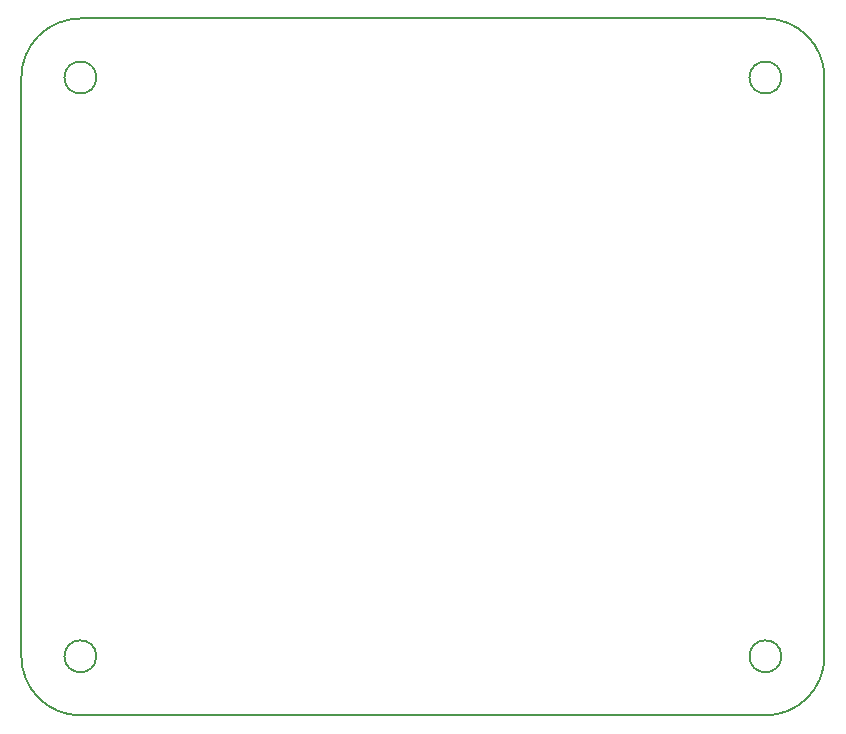
<source format=gbr>
%TF.GenerationSoftware,KiCad,Pcbnew,7.0.9*%
%TF.CreationDate,2025-02-27T11:50:27+00:00*%
%TF.ProjectId,Pi Hat,50692048-6174-42e6-9b69-6361645f7063,rev?*%
%TF.SameCoordinates,Original*%
%TF.FileFunction,Profile,NP*%
%FSLAX46Y46*%
G04 Gerber Fmt 4.6, Leading zero omitted, Abs format (unit mm)*
G04 Created by KiCad (PCBNEW 7.0.9) date 2025-02-27 11:50:27*
%MOMM*%
%LPD*%
G01*
G04 APERTURE LIST*
%TA.AperFunction,Profile*%
%ADD10C,0.200000*%
%TD*%
G04 APERTURE END LIST*
D10*
X207999998Y-103999998D02*
G75*
G03*
X212999998Y-99000000I2J4999998D01*
G01*
X145000000Y-99000000D02*
X145000000Y-50000000D01*
X150000000Y-45000000D02*
X208000000Y-45000000D01*
X213000000Y-99000000D02*
X213000000Y-50000000D01*
X151350000Y-50000000D02*
G75*
G03*
X151350000Y-50000000I-1350000J0D01*
G01*
X213000000Y-50000000D02*
X213000000Y-50000000D01*
X150000002Y-45000002D02*
G75*
G03*
X145000002Y-50000000I-2J-4999998D01*
G01*
X209350000Y-99000000D02*
G75*
G03*
X209350000Y-99000000I-1350000J0D01*
G01*
X145000002Y-98999998D02*
G75*
G03*
X150000000Y-103999998I4999998J-2D01*
G01*
X151350001Y-98999997D02*
G75*
G03*
X151350001Y-98999997I-1350000J0D01*
G01*
X209350000Y-50000000D02*
G75*
G03*
X209350000Y-50000000I-1350000J0D01*
G01*
X149999998Y-104000000D02*
X207999998Y-104000000D01*
X213000000Y-50000000D02*
G75*
G03*
X208000000Y-45000000I-5000000J0D01*
G01*
M02*

</source>
